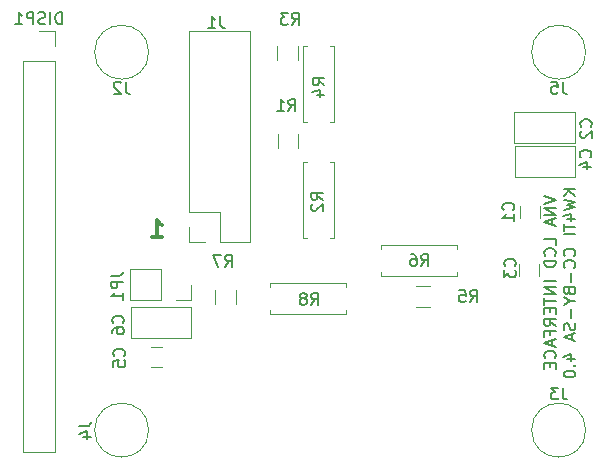
<source format=gbr>
G04 #@! TF.FileFunction,Legend,Bot*
%FSLAX46Y46*%
G04 Gerber Fmt 4.6, Leading zero omitted, Abs format (unit mm)*
G04 Created by KiCad (PCBNEW 4.0.7) date 10/23/19 08:49:17*
%MOMM*%
%LPD*%
G01*
G04 APERTURE LIST*
%ADD10C,0.100000*%
%ADD11C,0.150000*%
%ADD12C,0.300000*%
%ADD13C,0.120000*%
G04 APERTURE END LIST*
D10*
D11*
X146760181Y-67674457D02*
X147760181Y-68007790D01*
X146760181Y-68341124D01*
X147760181Y-68674457D02*
X146760181Y-68674457D01*
X147760181Y-69245886D01*
X146760181Y-69245886D01*
X147474467Y-69674457D02*
X147474467Y-70150648D01*
X147760181Y-69579219D02*
X146760181Y-69912552D01*
X147760181Y-70245886D01*
X147760181Y-71817315D02*
X147760181Y-71341124D01*
X146760181Y-71341124D01*
X147664943Y-72722077D02*
X147712562Y-72674458D01*
X147760181Y-72531601D01*
X147760181Y-72436363D01*
X147712562Y-72293505D01*
X147617324Y-72198267D01*
X147522086Y-72150648D01*
X147331610Y-72103029D01*
X147188752Y-72103029D01*
X146998276Y-72150648D01*
X146903038Y-72198267D01*
X146807800Y-72293505D01*
X146760181Y-72436363D01*
X146760181Y-72531601D01*
X146807800Y-72674458D01*
X146855419Y-72722077D01*
X147760181Y-73150648D02*
X146760181Y-73150648D01*
X146760181Y-73388743D01*
X146807800Y-73531601D01*
X146903038Y-73626839D01*
X146998276Y-73674458D01*
X147188752Y-73722077D01*
X147331610Y-73722077D01*
X147522086Y-73674458D01*
X147617324Y-73626839D01*
X147712562Y-73531601D01*
X147760181Y-73388743D01*
X147760181Y-73150648D01*
X147760181Y-74912553D02*
X146760181Y-74912553D01*
X147760181Y-75388743D02*
X146760181Y-75388743D01*
X147760181Y-75960172D01*
X146760181Y-75960172D01*
X146760181Y-76293505D02*
X146760181Y-76864934D01*
X147760181Y-76579219D02*
X146760181Y-76579219D01*
X147236371Y-77198267D02*
X147236371Y-77531601D01*
X147760181Y-77674458D02*
X147760181Y-77198267D01*
X146760181Y-77198267D01*
X146760181Y-77674458D01*
X147760181Y-78674458D02*
X147283990Y-78341124D01*
X147760181Y-78103029D02*
X146760181Y-78103029D01*
X146760181Y-78483982D01*
X146807800Y-78579220D01*
X146855419Y-78626839D01*
X146950657Y-78674458D01*
X147093514Y-78674458D01*
X147188752Y-78626839D01*
X147236371Y-78579220D01*
X147283990Y-78483982D01*
X147283990Y-78103029D01*
X147236371Y-79436363D02*
X147236371Y-79103029D01*
X147760181Y-79103029D02*
X146760181Y-79103029D01*
X146760181Y-79579220D01*
X147474467Y-79912553D02*
X147474467Y-80388744D01*
X147760181Y-79817315D02*
X146760181Y-80150648D01*
X147760181Y-80483982D01*
X147664943Y-81388744D02*
X147712562Y-81341125D01*
X147760181Y-81198268D01*
X147760181Y-81103030D01*
X147712562Y-80960172D01*
X147617324Y-80864934D01*
X147522086Y-80817315D01*
X147331610Y-80769696D01*
X147188752Y-80769696D01*
X146998276Y-80817315D01*
X146903038Y-80864934D01*
X146807800Y-80960172D01*
X146760181Y-81103030D01*
X146760181Y-81198268D01*
X146807800Y-81341125D01*
X146855419Y-81388744D01*
X147236371Y-81817315D02*
X147236371Y-82150649D01*
X147760181Y-82293506D02*
X147760181Y-81817315D01*
X146760181Y-81817315D01*
X146760181Y-82293506D01*
X149410181Y-67079219D02*
X148410181Y-67079219D01*
X149410181Y-67650648D02*
X148838752Y-67222076D01*
X148410181Y-67650648D02*
X148981610Y-67079219D01*
X148410181Y-67983981D02*
X149410181Y-68222076D01*
X148695895Y-68412553D01*
X149410181Y-68603029D01*
X148410181Y-68841124D01*
X148743514Y-69650648D02*
X149410181Y-69650648D01*
X148362562Y-69412552D02*
X149076848Y-69174457D01*
X149076848Y-69793505D01*
X148410181Y-70031600D02*
X148410181Y-70603029D01*
X149410181Y-70317314D02*
X148410181Y-70317314D01*
X149410181Y-70936362D02*
X148410181Y-70936362D01*
X149314943Y-72745886D02*
X149362562Y-72698267D01*
X149410181Y-72555410D01*
X149410181Y-72460172D01*
X149362562Y-72317314D01*
X149267324Y-72222076D01*
X149172086Y-72174457D01*
X148981610Y-72126838D01*
X148838752Y-72126838D01*
X148648276Y-72174457D01*
X148553038Y-72222076D01*
X148457800Y-72317314D01*
X148410181Y-72460172D01*
X148410181Y-72555410D01*
X148457800Y-72698267D01*
X148505419Y-72745886D01*
X149314943Y-73745886D02*
X149362562Y-73698267D01*
X149410181Y-73555410D01*
X149410181Y-73460172D01*
X149362562Y-73317314D01*
X149267324Y-73222076D01*
X149172086Y-73174457D01*
X148981610Y-73126838D01*
X148838752Y-73126838D01*
X148648276Y-73174457D01*
X148553038Y-73222076D01*
X148457800Y-73317314D01*
X148410181Y-73460172D01*
X148410181Y-73555410D01*
X148457800Y-73698267D01*
X148505419Y-73745886D01*
X149029229Y-74174457D02*
X149029229Y-74936362D01*
X148886371Y-75745886D02*
X148933990Y-75888743D01*
X148981610Y-75936362D01*
X149076848Y-75983981D01*
X149219705Y-75983981D01*
X149314943Y-75936362D01*
X149362562Y-75888743D01*
X149410181Y-75793505D01*
X149410181Y-75412552D01*
X148410181Y-75412552D01*
X148410181Y-75745886D01*
X148457800Y-75841124D01*
X148505419Y-75888743D01*
X148600657Y-75936362D01*
X148695895Y-75936362D01*
X148791133Y-75888743D01*
X148838752Y-75841124D01*
X148886371Y-75745886D01*
X148886371Y-75412552D01*
X148933990Y-76603028D02*
X149410181Y-76603028D01*
X148410181Y-76269695D02*
X148933990Y-76603028D01*
X148410181Y-76936362D01*
X149029229Y-77269695D02*
X149029229Y-78031600D01*
X149362562Y-78460171D02*
X149410181Y-78603028D01*
X149410181Y-78841124D01*
X149362562Y-78936362D01*
X149314943Y-78983981D01*
X149219705Y-79031600D01*
X149124467Y-79031600D01*
X149029229Y-78983981D01*
X148981610Y-78936362D01*
X148933990Y-78841124D01*
X148886371Y-78650647D01*
X148838752Y-78555409D01*
X148791133Y-78507790D01*
X148695895Y-78460171D01*
X148600657Y-78460171D01*
X148505419Y-78507790D01*
X148457800Y-78555409D01*
X148410181Y-78650647D01*
X148410181Y-78888743D01*
X148457800Y-79031600D01*
X149124467Y-79412552D02*
X149124467Y-79888743D01*
X149410181Y-79317314D02*
X148410181Y-79650647D01*
X149410181Y-79983981D01*
X148743514Y-81507791D02*
X149410181Y-81507791D01*
X148362562Y-81269695D02*
X149076848Y-81031600D01*
X149076848Y-81650648D01*
X149314943Y-82031600D02*
X149362562Y-82079219D01*
X149410181Y-82031600D01*
X149362562Y-81983981D01*
X149314943Y-82031600D01*
X149410181Y-82031600D01*
X148410181Y-82698266D02*
X148410181Y-82793505D01*
X148457800Y-82888743D01*
X148505419Y-82936362D01*
X148600657Y-82983981D01*
X148791133Y-83031600D01*
X149029229Y-83031600D01*
X149219705Y-82983981D01*
X149314943Y-82936362D01*
X149362562Y-82888743D01*
X149410181Y-82793505D01*
X149410181Y-82698266D01*
X149362562Y-82603028D01*
X149314943Y-82555409D01*
X149219705Y-82507790D01*
X149029229Y-82460171D01*
X148791133Y-82460171D01*
X148600657Y-82507790D01*
X148505419Y-82555409D01*
X148457800Y-82603028D01*
X148410181Y-82698266D01*
D12*
X113571428Y-71178571D02*
X114428571Y-71178571D01*
X113999999Y-71178571D02*
X113999999Y-69678571D01*
X114142856Y-69892857D01*
X114285714Y-70035714D01*
X114428571Y-70107143D01*
D13*
X128615000Y-61388700D02*
X128945000Y-61388700D01*
X128945000Y-61388700D02*
X128945000Y-54968700D01*
X128945000Y-54968700D02*
X128615000Y-54968700D01*
X126655000Y-61388700D02*
X126325000Y-61388700D01*
X126325000Y-61388700D02*
X126325000Y-54968700D01*
X126325000Y-54968700D02*
X126655000Y-54968700D01*
X116691100Y-53699100D02*
X121891100Y-53699100D01*
X116691100Y-68999100D02*
X116691100Y-53699100D01*
X121891100Y-71599100D02*
X121891100Y-53699100D01*
X116691100Y-68999100D02*
X119291100Y-68999100D01*
X119291100Y-68999100D02*
X119291100Y-71599100D01*
X119291100Y-71599100D02*
X121891100Y-71599100D01*
X116691100Y-70269100D02*
X116691100Y-71599100D01*
X116691100Y-71599100D02*
X118021100Y-71599100D01*
X111700000Y-76514000D02*
X111700000Y-73854000D01*
X114300000Y-76514000D02*
X111700000Y-76514000D01*
X114300000Y-73854000D02*
X111700000Y-73854000D01*
X114300000Y-76514000D02*
X114300000Y-73854000D01*
X115570000Y-76514000D02*
X116900000Y-76514000D01*
X116900000Y-76514000D02*
X116900000Y-75184000D01*
X124202300Y-62455500D02*
X124202300Y-63655500D01*
X125962300Y-63655500D02*
X125962300Y-62455500D01*
X128615000Y-71205800D02*
X128945000Y-71205800D01*
X128945000Y-71205800D02*
X128945000Y-64785800D01*
X128945000Y-64785800D02*
X128615000Y-64785800D01*
X126655000Y-71205800D02*
X126325000Y-71205800D01*
X126325000Y-71205800D02*
X126325000Y-64785800D01*
X126325000Y-64785800D02*
X126655000Y-64785800D01*
X124151500Y-55000600D02*
X124151500Y-56200600D01*
X125911500Y-56200600D02*
X125911500Y-55000600D01*
X135925000Y-77080000D02*
X137125000Y-77080000D01*
X137125000Y-75320000D02*
X135925000Y-75320000D01*
X139354000Y-72172000D02*
X139354000Y-71842000D01*
X139354000Y-71842000D02*
X132934000Y-71842000D01*
X132934000Y-71842000D02*
X132934000Y-72172000D01*
X139354000Y-74132000D02*
X139354000Y-74462000D01*
X139354000Y-74462000D02*
X132934000Y-74462000D01*
X132934000Y-74462000D02*
X132934000Y-74132000D01*
X120641000Y-76800000D02*
X120641000Y-75600000D01*
X118881000Y-75600000D02*
X118881000Y-76800000D01*
X129956000Y-75347000D02*
X129956000Y-75017000D01*
X129956000Y-75017000D02*
X123536000Y-75017000D01*
X123536000Y-75017000D02*
X123536000Y-75347000D01*
X129956000Y-77307000D02*
X129956000Y-77637000D01*
X129956000Y-77637000D02*
X123536000Y-77637000D01*
X123536000Y-77637000D02*
X123536000Y-77307000D01*
X105330000Y-89350000D02*
X102670000Y-89350000D01*
X105330000Y-56270000D02*
X105330000Y-89350000D01*
X102670000Y-56270000D02*
X102670000Y-89350000D01*
X105330000Y-56270000D02*
X102670000Y-56270000D01*
X105330000Y-55000000D02*
X105330000Y-53670000D01*
X105330000Y-53670000D02*
X104000000Y-53670000D01*
X113286000Y-55500000D02*
G75*
G03X113286000Y-55500000I-2286000J0D01*
G01*
X150286000Y-87500000D02*
G75*
G03X150286000Y-87500000I-2286000J0D01*
G01*
X113286000Y-87500000D02*
G75*
G03X113286000Y-87500000I-2286000J0D01*
G01*
X150286000Y-55500000D02*
G75*
G03X150286000Y-55500000I-2286000J0D01*
G01*
X144692000Y-69524500D02*
X144692000Y-68524500D01*
X146392000Y-68524500D02*
X146392000Y-69524500D01*
X144232000Y-63222500D02*
X149352000Y-63222500D01*
X144232000Y-60602500D02*
X149352000Y-60602500D01*
X144232000Y-63222500D02*
X144232000Y-60602500D01*
X149352000Y-63222500D02*
X149352000Y-60602500D01*
X146341200Y-73414000D02*
X146341200Y-74414000D01*
X144641200Y-74414000D02*
X144641200Y-73414000D01*
X149392000Y-63460000D02*
X144272000Y-63460000D01*
X149392000Y-66080000D02*
X144272000Y-66080000D01*
X149392000Y-63460000D02*
X149392000Y-66080000D01*
X144272000Y-63460000D02*
X144272000Y-66080000D01*
X113444400Y-80430000D02*
X114444400Y-80430000D01*
X114444400Y-82130000D02*
X113444400Y-82130000D01*
X116880000Y-77074400D02*
X111760000Y-77074400D01*
X116880000Y-79694400D02*
X111760000Y-79694400D01*
X116880000Y-77074400D02*
X116880000Y-79694400D01*
X111760000Y-77074400D02*
X111760000Y-79694400D01*
D11*
X128168661Y-58291434D02*
X127692470Y-57958100D01*
X128168661Y-57720005D02*
X127168661Y-57720005D01*
X127168661Y-58100958D01*
X127216280Y-58196196D01*
X127263899Y-58243815D01*
X127359137Y-58291434D01*
X127501994Y-58291434D01*
X127597232Y-58243815D01*
X127644851Y-58196196D01*
X127692470Y-58100958D01*
X127692470Y-57720005D01*
X127501994Y-59148577D02*
X128168661Y-59148577D01*
X127121042Y-58910481D02*
X127835328Y-58672386D01*
X127835328Y-59291434D01*
X119333333Y-52452381D02*
X119333333Y-53166667D01*
X119380953Y-53309524D01*
X119476191Y-53404762D01*
X119619048Y-53452381D01*
X119714286Y-53452381D01*
X118333333Y-53452381D02*
X118904762Y-53452381D01*
X118619048Y-53452381D02*
X118619048Y-52452381D01*
X118714286Y-52595238D01*
X118809524Y-52690476D01*
X118904762Y-52738095D01*
X110094781Y-74452267D02*
X110809067Y-74452267D01*
X110951924Y-74404647D01*
X111047162Y-74309409D01*
X111094781Y-74166552D01*
X111094781Y-74071314D01*
X111094781Y-74928457D02*
X110094781Y-74928457D01*
X110094781Y-75309410D01*
X110142400Y-75404648D01*
X110190019Y-75452267D01*
X110285257Y-75499886D01*
X110428114Y-75499886D01*
X110523352Y-75452267D01*
X110570971Y-75404648D01*
X110618590Y-75309410D01*
X110618590Y-74928457D01*
X111094781Y-76452267D02*
X111094781Y-75880838D01*
X111094781Y-76166552D02*
X110094781Y-76166552D01*
X110237638Y-76071314D01*
X110332876Y-75976076D01*
X110380495Y-75880838D01*
X125121966Y-60459881D02*
X125455300Y-59983690D01*
X125693395Y-60459881D02*
X125693395Y-59459881D01*
X125312442Y-59459881D01*
X125217204Y-59507500D01*
X125169585Y-59555119D01*
X125121966Y-59650357D01*
X125121966Y-59793214D01*
X125169585Y-59888452D01*
X125217204Y-59936071D01*
X125312442Y-59983690D01*
X125693395Y-59983690D01*
X124169585Y-60459881D02*
X124741014Y-60459881D01*
X124455300Y-60459881D02*
X124455300Y-59459881D01*
X124550538Y-59602738D01*
X124645776Y-59697976D01*
X124741014Y-59745595D01*
X128046741Y-67986614D02*
X127570550Y-67653280D01*
X128046741Y-67415185D02*
X127046741Y-67415185D01*
X127046741Y-67796138D01*
X127094360Y-67891376D01*
X127141979Y-67938995D01*
X127237217Y-67986614D01*
X127380074Y-67986614D01*
X127475312Y-67938995D01*
X127522931Y-67891376D01*
X127570550Y-67796138D01*
X127570550Y-67415185D01*
X127141979Y-68367566D02*
X127094360Y-68415185D01*
X127046741Y-68510423D01*
X127046741Y-68748519D01*
X127094360Y-68843757D01*
X127141979Y-68891376D01*
X127237217Y-68938995D01*
X127332455Y-68938995D01*
X127475312Y-68891376D01*
X128046741Y-68319947D01*
X128046741Y-68938995D01*
X125405166Y-53172981D02*
X125738500Y-52696790D01*
X125976595Y-53172981D02*
X125976595Y-52172981D01*
X125595642Y-52172981D01*
X125500404Y-52220600D01*
X125452785Y-52268219D01*
X125405166Y-52363457D01*
X125405166Y-52506314D01*
X125452785Y-52601552D01*
X125500404Y-52649171D01*
X125595642Y-52696790D01*
X125976595Y-52696790D01*
X125071833Y-52172981D02*
X124452785Y-52172981D01*
X124786119Y-52553933D01*
X124643261Y-52553933D01*
X124548023Y-52601552D01*
X124500404Y-52649171D01*
X124452785Y-52744410D01*
X124452785Y-52982505D01*
X124500404Y-53077743D01*
X124548023Y-53125362D01*
X124643261Y-53172981D01*
X124928976Y-53172981D01*
X125024214Y-53125362D01*
X125071833Y-53077743D01*
X140501666Y-76652381D02*
X140835000Y-76176190D01*
X141073095Y-76652381D02*
X141073095Y-75652381D01*
X140692142Y-75652381D01*
X140596904Y-75700000D01*
X140549285Y-75747619D01*
X140501666Y-75842857D01*
X140501666Y-75985714D01*
X140549285Y-76080952D01*
X140596904Y-76128571D01*
X140692142Y-76176190D01*
X141073095Y-76176190D01*
X139596904Y-75652381D02*
X140073095Y-75652381D01*
X140120714Y-76128571D01*
X140073095Y-76080952D01*
X139977857Y-76033333D01*
X139739761Y-76033333D01*
X139644523Y-76080952D01*
X139596904Y-76128571D01*
X139549285Y-76223810D01*
X139549285Y-76461905D01*
X139596904Y-76557143D01*
X139644523Y-76604762D01*
X139739761Y-76652381D01*
X139977857Y-76652381D01*
X140073095Y-76604762D01*
X140120714Y-76557143D01*
X136366546Y-73599301D02*
X136699880Y-73123110D01*
X136937975Y-73599301D02*
X136937975Y-72599301D01*
X136557022Y-72599301D01*
X136461784Y-72646920D01*
X136414165Y-72694539D01*
X136366546Y-72789777D01*
X136366546Y-72932634D01*
X136414165Y-73027872D01*
X136461784Y-73075491D01*
X136557022Y-73123110D01*
X136937975Y-73123110D01*
X135509403Y-72599301D02*
X135699880Y-72599301D01*
X135795118Y-72646920D01*
X135842737Y-72694539D01*
X135937975Y-72837396D01*
X135985594Y-73027872D01*
X135985594Y-73408825D01*
X135937975Y-73504063D01*
X135890356Y-73551682D01*
X135795118Y-73599301D01*
X135604641Y-73599301D01*
X135509403Y-73551682D01*
X135461784Y-73504063D01*
X135414165Y-73408825D01*
X135414165Y-73170730D01*
X135461784Y-73075491D01*
X135509403Y-73027872D01*
X135604641Y-72980253D01*
X135795118Y-72980253D01*
X135890356Y-73027872D01*
X135937975Y-73075491D01*
X135985594Y-73170730D01*
X119766666Y-73652381D02*
X120100000Y-73176190D01*
X120338095Y-73652381D02*
X120338095Y-72652381D01*
X119957142Y-72652381D01*
X119861904Y-72700000D01*
X119814285Y-72747619D01*
X119766666Y-72842857D01*
X119766666Y-72985714D01*
X119814285Y-73080952D01*
X119861904Y-73128571D01*
X119957142Y-73176190D01*
X120338095Y-73176190D01*
X119433333Y-72652381D02*
X118766666Y-72652381D01*
X119195238Y-73652381D01*
X127039666Y-76891141D02*
X127373000Y-76414950D01*
X127611095Y-76891141D02*
X127611095Y-75891141D01*
X127230142Y-75891141D01*
X127134904Y-75938760D01*
X127087285Y-75986379D01*
X127039666Y-76081617D01*
X127039666Y-76224474D01*
X127087285Y-76319712D01*
X127134904Y-76367331D01*
X127230142Y-76414950D01*
X127611095Y-76414950D01*
X126468238Y-76319712D02*
X126563476Y-76272093D01*
X126611095Y-76224474D01*
X126658714Y-76129236D01*
X126658714Y-76081617D01*
X126611095Y-75986379D01*
X126563476Y-75938760D01*
X126468238Y-75891141D01*
X126277761Y-75891141D01*
X126182523Y-75938760D01*
X126134904Y-75986379D01*
X126087285Y-76081617D01*
X126087285Y-76129236D01*
X126134904Y-76224474D01*
X126182523Y-76272093D01*
X126277761Y-76319712D01*
X126468238Y-76319712D01*
X126563476Y-76367331D01*
X126611095Y-76414950D01*
X126658714Y-76510189D01*
X126658714Y-76700665D01*
X126611095Y-76795903D01*
X126563476Y-76843522D01*
X126468238Y-76891141D01*
X126277761Y-76891141D01*
X126182523Y-76843522D01*
X126134904Y-76795903D01*
X126087285Y-76700665D01*
X126087285Y-76510189D01*
X126134904Y-76414950D01*
X126182523Y-76367331D01*
X126277761Y-76319712D01*
X105952381Y-53122381D02*
X105952381Y-52122381D01*
X105714286Y-52122381D01*
X105571428Y-52170000D01*
X105476190Y-52265238D01*
X105428571Y-52360476D01*
X105380952Y-52550952D01*
X105380952Y-52693810D01*
X105428571Y-52884286D01*
X105476190Y-52979524D01*
X105571428Y-53074762D01*
X105714286Y-53122381D01*
X105952381Y-53122381D01*
X104952381Y-53122381D02*
X104952381Y-52122381D01*
X104523810Y-53074762D02*
X104380953Y-53122381D01*
X104142857Y-53122381D01*
X104047619Y-53074762D01*
X104000000Y-53027143D01*
X103952381Y-52931905D01*
X103952381Y-52836667D01*
X104000000Y-52741429D01*
X104047619Y-52693810D01*
X104142857Y-52646190D01*
X104333334Y-52598571D01*
X104428572Y-52550952D01*
X104476191Y-52503333D01*
X104523810Y-52408095D01*
X104523810Y-52312857D01*
X104476191Y-52217619D01*
X104428572Y-52170000D01*
X104333334Y-52122381D01*
X104095238Y-52122381D01*
X103952381Y-52170000D01*
X103523810Y-53122381D02*
X103523810Y-52122381D01*
X103142857Y-52122381D01*
X103047619Y-52170000D01*
X103000000Y-52217619D01*
X102952381Y-52312857D01*
X102952381Y-52455714D01*
X103000000Y-52550952D01*
X103047619Y-52598571D01*
X103142857Y-52646190D01*
X103523810Y-52646190D01*
X102000000Y-53122381D02*
X102571429Y-53122381D01*
X102285715Y-53122381D02*
X102285715Y-52122381D01*
X102380953Y-52265238D01*
X102476191Y-52360476D01*
X102571429Y-52408095D01*
X111333333Y-58000381D02*
X111333333Y-58714667D01*
X111380953Y-58857524D01*
X111476191Y-58952762D01*
X111619048Y-59000381D01*
X111714286Y-59000381D01*
X110904762Y-58095619D02*
X110857143Y-58048000D01*
X110761905Y-58000381D01*
X110523809Y-58000381D01*
X110428571Y-58048000D01*
X110380952Y-58095619D01*
X110333333Y-58190857D01*
X110333333Y-58286095D01*
X110380952Y-58428952D01*
X110952381Y-59000381D01*
X110333333Y-59000381D01*
X148333333Y-83904381D02*
X148333333Y-84618667D01*
X148380953Y-84761524D01*
X148476191Y-84856762D01*
X148619048Y-84904381D01*
X148714286Y-84904381D01*
X147952381Y-83904381D02*
X147333333Y-83904381D01*
X147666667Y-84285333D01*
X147523809Y-84285333D01*
X147428571Y-84332952D01*
X147380952Y-84380571D01*
X147333333Y-84475810D01*
X147333333Y-84713905D01*
X147380952Y-84809143D01*
X147428571Y-84856762D01*
X147523809Y-84904381D01*
X147809524Y-84904381D01*
X147904762Y-84856762D01*
X147952381Y-84809143D01*
X107404381Y-87166667D02*
X108118667Y-87166667D01*
X108261524Y-87119047D01*
X108356762Y-87023809D01*
X108404381Y-86880952D01*
X108404381Y-86785714D01*
X107737714Y-88071429D02*
X108404381Y-88071429D01*
X107356762Y-87833333D02*
X108071048Y-87595238D01*
X108071048Y-88214286D01*
X148333333Y-58000381D02*
X148333333Y-58714667D01*
X148380953Y-58857524D01*
X148476191Y-58952762D01*
X148619048Y-59000381D01*
X148714286Y-59000381D01*
X147380952Y-58000381D02*
X147857143Y-58000381D01*
X147904762Y-58476571D01*
X147857143Y-58428952D01*
X147761905Y-58381333D01*
X147523809Y-58381333D01*
X147428571Y-58428952D01*
X147380952Y-58476571D01*
X147333333Y-58571810D01*
X147333333Y-58809905D01*
X147380952Y-58905143D01*
X147428571Y-58952762D01*
X147523809Y-59000381D01*
X147761905Y-59000381D01*
X147857143Y-58952762D01*
X147904762Y-58905143D01*
X144149143Y-68857834D02*
X144196762Y-68810215D01*
X144244381Y-68667358D01*
X144244381Y-68572120D01*
X144196762Y-68429262D01*
X144101524Y-68334024D01*
X144006286Y-68286405D01*
X143815810Y-68238786D01*
X143672952Y-68238786D01*
X143482476Y-68286405D01*
X143387238Y-68334024D01*
X143292000Y-68429262D01*
X143244381Y-68572120D01*
X143244381Y-68667358D01*
X143292000Y-68810215D01*
X143339619Y-68857834D01*
X144244381Y-69810215D02*
X144244381Y-69238786D01*
X144244381Y-69524500D02*
X143244381Y-69524500D01*
X143387238Y-69429262D01*
X143482476Y-69334024D01*
X143530095Y-69238786D01*
X150725143Y-61809334D02*
X150772762Y-61761715D01*
X150820381Y-61618858D01*
X150820381Y-61523620D01*
X150772762Y-61380762D01*
X150677524Y-61285524D01*
X150582286Y-61237905D01*
X150391810Y-61190286D01*
X150248952Y-61190286D01*
X150058476Y-61237905D01*
X149963238Y-61285524D01*
X149868000Y-61380762D01*
X149820381Y-61523620D01*
X149820381Y-61618858D01*
X149868000Y-61761715D01*
X149915619Y-61809334D01*
X149915619Y-62190286D02*
X149868000Y-62237905D01*
X149820381Y-62333143D01*
X149820381Y-62571239D01*
X149868000Y-62666477D01*
X149915619Y-62714096D01*
X150010857Y-62761715D01*
X150106095Y-62761715D01*
X150248952Y-62714096D01*
X150820381Y-62142667D01*
X150820381Y-62761715D01*
X144273543Y-73594934D02*
X144321162Y-73547315D01*
X144368781Y-73404458D01*
X144368781Y-73309220D01*
X144321162Y-73166362D01*
X144225924Y-73071124D01*
X144130686Y-73023505D01*
X143940210Y-72975886D01*
X143797352Y-72975886D01*
X143606876Y-73023505D01*
X143511638Y-73071124D01*
X143416400Y-73166362D01*
X143368781Y-73309220D01*
X143368781Y-73404458D01*
X143416400Y-73547315D01*
X143464019Y-73594934D01*
X143368781Y-73928267D02*
X143368781Y-74547315D01*
X143749733Y-74213981D01*
X143749733Y-74356839D01*
X143797352Y-74452077D01*
X143844971Y-74499696D01*
X143940210Y-74547315D01*
X144178305Y-74547315D01*
X144273543Y-74499696D01*
X144321162Y-74452077D01*
X144368781Y-74356839D01*
X144368781Y-74071124D01*
X144321162Y-73975886D01*
X144273543Y-73928267D01*
X150674343Y-64400134D02*
X150721962Y-64352515D01*
X150769581Y-64209658D01*
X150769581Y-64114420D01*
X150721962Y-63971562D01*
X150626724Y-63876324D01*
X150531486Y-63828705D01*
X150341010Y-63781086D01*
X150198152Y-63781086D01*
X150007676Y-63828705D01*
X149912438Y-63876324D01*
X149817200Y-63971562D01*
X149769581Y-64114420D01*
X149769581Y-64209658D01*
X149817200Y-64352515D01*
X149864819Y-64400134D01*
X150102914Y-65257277D02*
X150769581Y-65257277D01*
X149721962Y-65019181D02*
X150436248Y-64781086D01*
X150436248Y-65400134D01*
X111202743Y-81214934D02*
X111250362Y-81167315D01*
X111297981Y-81024458D01*
X111297981Y-80929220D01*
X111250362Y-80786362D01*
X111155124Y-80691124D01*
X111059886Y-80643505D01*
X110869410Y-80595886D01*
X110726552Y-80595886D01*
X110536076Y-80643505D01*
X110440838Y-80691124D01*
X110345600Y-80786362D01*
X110297981Y-80929220D01*
X110297981Y-81024458D01*
X110345600Y-81167315D01*
X110393219Y-81214934D01*
X110297981Y-82119696D02*
X110297981Y-81643505D01*
X110774171Y-81595886D01*
X110726552Y-81643505D01*
X110678933Y-81738743D01*
X110678933Y-81976839D01*
X110726552Y-82072077D01*
X110774171Y-82119696D01*
X110869410Y-82167315D01*
X111107505Y-82167315D01*
X111202743Y-82119696D01*
X111250362Y-82072077D01*
X111297981Y-81976839D01*
X111297981Y-81738743D01*
X111250362Y-81643505D01*
X111202743Y-81595886D01*
X111101143Y-78420934D02*
X111148762Y-78373315D01*
X111196381Y-78230458D01*
X111196381Y-78135220D01*
X111148762Y-77992362D01*
X111053524Y-77897124D01*
X110958286Y-77849505D01*
X110767810Y-77801886D01*
X110624952Y-77801886D01*
X110434476Y-77849505D01*
X110339238Y-77897124D01*
X110244000Y-77992362D01*
X110196381Y-78135220D01*
X110196381Y-78230458D01*
X110244000Y-78373315D01*
X110291619Y-78420934D01*
X110196381Y-79278077D02*
X110196381Y-79087600D01*
X110244000Y-78992362D01*
X110291619Y-78944743D01*
X110434476Y-78849505D01*
X110624952Y-78801886D01*
X111005905Y-78801886D01*
X111101143Y-78849505D01*
X111148762Y-78897124D01*
X111196381Y-78992362D01*
X111196381Y-79182839D01*
X111148762Y-79278077D01*
X111101143Y-79325696D01*
X111005905Y-79373315D01*
X110767810Y-79373315D01*
X110672571Y-79325696D01*
X110624952Y-79278077D01*
X110577333Y-79182839D01*
X110577333Y-78992362D01*
X110624952Y-78897124D01*
X110672571Y-78849505D01*
X110767810Y-78801886D01*
M02*

</source>
